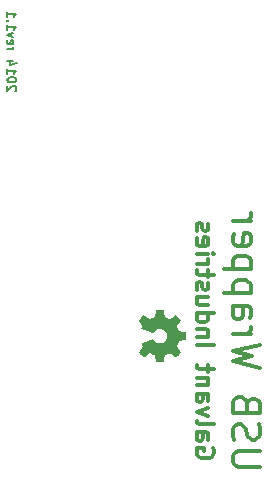
<source format=gbo>
%FSLAX34Y34*%
G04 Gerber Fmt 3.4, Leading zero omitted, Abs format*
G04 (created by PCBNEW (2013-11-28 BZR 4510)-product) date Mon 24 Mar 2014 06:58:31 PM EDT*
%MOIN*%
G01*
G70*
G90*
G04 APERTURE LIST*
%ADD10C,0.005906*%
%ADD11C,0.006000*%
%ADD12C,0.011811*%
%ADD13C,0.012000*%
%ADD14C,0.000100*%
G04 APERTURE END LIST*
G54D10*
G54D11*
X53905Y-29711D02*
X53920Y-29697D01*
X53934Y-29668D01*
X53934Y-29597D01*
X53920Y-29568D01*
X53905Y-29554D01*
X53877Y-29539D01*
X53848Y-29539D01*
X53805Y-29554D01*
X53634Y-29725D01*
X53634Y-29539D01*
X53934Y-29354D02*
X53934Y-29325D01*
X53920Y-29297D01*
X53905Y-29282D01*
X53877Y-29268D01*
X53820Y-29254D01*
X53748Y-29254D01*
X53691Y-29268D01*
X53662Y-29282D01*
X53648Y-29297D01*
X53634Y-29325D01*
X53634Y-29354D01*
X53648Y-29382D01*
X53662Y-29397D01*
X53691Y-29411D01*
X53748Y-29425D01*
X53820Y-29425D01*
X53877Y-29411D01*
X53905Y-29397D01*
X53920Y-29382D01*
X53934Y-29354D01*
X53634Y-28968D02*
X53634Y-29139D01*
X53634Y-29054D02*
X53934Y-29054D01*
X53891Y-29082D01*
X53862Y-29111D01*
X53848Y-29139D01*
X53834Y-28711D02*
X53634Y-28711D01*
X53948Y-28782D02*
X53734Y-28854D01*
X53734Y-28668D01*
X53634Y-28325D02*
X53834Y-28325D01*
X53777Y-28325D02*
X53805Y-28311D01*
X53820Y-28297D01*
X53834Y-28268D01*
X53834Y-28240D01*
X53648Y-28025D02*
X53634Y-28054D01*
X53634Y-28111D01*
X53648Y-28140D01*
X53677Y-28154D01*
X53791Y-28154D01*
X53820Y-28140D01*
X53834Y-28111D01*
X53834Y-28054D01*
X53820Y-28025D01*
X53791Y-28011D01*
X53762Y-28011D01*
X53734Y-28154D01*
X53834Y-27911D02*
X53634Y-27840D01*
X53834Y-27768D01*
X53634Y-27497D02*
X53634Y-27668D01*
X53634Y-27582D02*
X53934Y-27582D01*
X53891Y-27611D01*
X53862Y-27640D01*
X53848Y-27668D01*
X53662Y-27368D02*
X53648Y-27354D01*
X53634Y-27368D01*
X53648Y-27382D01*
X53662Y-27368D01*
X53634Y-27368D01*
X53634Y-27068D02*
X53634Y-27240D01*
X53634Y-27154D02*
X53934Y-27154D01*
X53891Y-27182D01*
X53862Y-27211D01*
X53848Y-27240D01*
G54D12*
X60505Y-41625D02*
X60533Y-41681D01*
X60533Y-41766D01*
X60505Y-41850D01*
X60449Y-41906D01*
X60392Y-41934D01*
X60280Y-41962D01*
X60195Y-41962D01*
X60083Y-41934D01*
X60027Y-41906D01*
X59970Y-41850D01*
X59942Y-41766D01*
X59942Y-41709D01*
X59970Y-41625D01*
X59999Y-41597D01*
X60195Y-41597D01*
X60195Y-41709D01*
X59942Y-41091D02*
X60252Y-41091D01*
X60308Y-41119D01*
X60336Y-41175D01*
X60336Y-41288D01*
X60308Y-41344D01*
X59970Y-41091D02*
X59942Y-41147D01*
X59942Y-41288D01*
X59970Y-41344D01*
X60027Y-41372D01*
X60083Y-41372D01*
X60139Y-41344D01*
X60167Y-41288D01*
X60167Y-41147D01*
X60195Y-41091D01*
X59942Y-40725D02*
X59970Y-40781D01*
X60027Y-40809D01*
X60533Y-40809D01*
X60336Y-40556D02*
X59942Y-40416D01*
X60336Y-40275D01*
X59942Y-39797D02*
X60252Y-39797D01*
X60308Y-39825D01*
X60336Y-39881D01*
X60336Y-39994D01*
X60308Y-40050D01*
X59970Y-39797D02*
X59942Y-39853D01*
X59942Y-39994D01*
X59970Y-40050D01*
X60027Y-40078D01*
X60083Y-40078D01*
X60139Y-40050D01*
X60167Y-39994D01*
X60167Y-39853D01*
X60195Y-39797D01*
X60336Y-39516D02*
X59942Y-39516D01*
X60280Y-39516D02*
X60308Y-39488D01*
X60336Y-39432D01*
X60336Y-39347D01*
X60308Y-39291D01*
X60252Y-39263D01*
X59942Y-39263D01*
X60336Y-39066D02*
X60336Y-38841D01*
X60533Y-38982D02*
X60027Y-38982D01*
X59970Y-38953D01*
X59942Y-38897D01*
X59942Y-38841D01*
X59942Y-38194D02*
X60533Y-38194D01*
X60336Y-37913D02*
X59942Y-37913D01*
X60280Y-37913D02*
X60308Y-37885D01*
X60336Y-37829D01*
X60336Y-37744D01*
X60308Y-37688D01*
X60252Y-37660D01*
X59942Y-37660D01*
X59942Y-37126D02*
X60533Y-37126D01*
X59970Y-37126D02*
X59942Y-37182D01*
X59942Y-37294D01*
X59970Y-37351D01*
X59999Y-37379D01*
X60055Y-37407D01*
X60224Y-37407D01*
X60280Y-37379D01*
X60308Y-37351D01*
X60336Y-37294D01*
X60336Y-37182D01*
X60308Y-37126D01*
X60336Y-36591D02*
X59942Y-36591D01*
X60336Y-36844D02*
X60027Y-36844D01*
X59970Y-36816D01*
X59942Y-36760D01*
X59942Y-36676D01*
X59970Y-36619D01*
X59999Y-36591D01*
X59970Y-36338D02*
X59942Y-36282D01*
X59942Y-36169D01*
X59970Y-36113D01*
X60027Y-36085D01*
X60055Y-36085D01*
X60111Y-36113D01*
X60139Y-36169D01*
X60139Y-36254D01*
X60167Y-36310D01*
X60224Y-36338D01*
X60252Y-36338D01*
X60308Y-36310D01*
X60336Y-36254D01*
X60336Y-36169D01*
X60308Y-36113D01*
X60336Y-35916D02*
X60336Y-35691D01*
X60533Y-35832D02*
X60027Y-35832D01*
X59970Y-35804D01*
X59942Y-35748D01*
X59942Y-35691D01*
X59942Y-35495D02*
X60336Y-35495D01*
X60224Y-35495D02*
X60280Y-35466D01*
X60308Y-35438D01*
X60336Y-35382D01*
X60336Y-35326D01*
X59942Y-35129D02*
X60336Y-35129D01*
X60533Y-35129D02*
X60505Y-35157D01*
X60477Y-35129D01*
X60505Y-35101D01*
X60533Y-35129D01*
X60477Y-35129D01*
X59970Y-34623D02*
X59942Y-34679D01*
X59942Y-34791D01*
X59970Y-34848D01*
X60027Y-34876D01*
X60252Y-34876D01*
X60308Y-34848D01*
X60336Y-34791D01*
X60336Y-34679D01*
X60308Y-34623D01*
X60252Y-34595D01*
X60195Y-34595D01*
X60139Y-34876D01*
X59970Y-34370D02*
X59942Y-34313D01*
X59942Y-34201D01*
X59970Y-34145D01*
X60027Y-34117D01*
X60055Y-34117D01*
X60111Y-34145D01*
X60139Y-34201D01*
X60139Y-34285D01*
X60167Y-34342D01*
X60224Y-34370D01*
X60252Y-34370D01*
X60308Y-34342D01*
X60336Y-34285D01*
X60336Y-34201D01*
X60308Y-34145D01*
G54D13*
X62052Y-42237D02*
X61324Y-42237D01*
X61238Y-42194D01*
X61195Y-42151D01*
X61152Y-42065D01*
X61152Y-41894D01*
X61195Y-41808D01*
X61238Y-41765D01*
X61324Y-41722D01*
X62052Y-41722D01*
X61195Y-41337D02*
X61152Y-41208D01*
X61152Y-40994D01*
X61195Y-40908D01*
X61238Y-40865D01*
X61324Y-40822D01*
X61410Y-40822D01*
X61495Y-40865D01*
X61538Y-40908D01*
X61581Y-40994D01*
X61624Y-41165D01*
X61667Y-41251D01*
X61710Y-41294D01*
X61795Y-41337D01*
X61881Y-41337D01*
X61967Y-41294D01*
X62010Y-41251D01*
X62052Y-41165D01*
X62052Y-40951D01*
X62010Y-40822D01*
X61624Y-40137D02*
X61581Y-40008D01*
X61538Y-39965D01*
X61452Y-39922D01*
X61324Y-39922D01*
X61238Y-39965D01*
X61195Y-40008D01*
X61152Y-40094D01*
X61152Y-40437D01*
X62052Y-40437D01*
X62052Y-40137D01*
X62010Y-40051D01*
X61967Y-40008D01*
X61881Y-39965D01*
X61795Y-39965D01*
X61710Y-40008D01*
X61667Y-40051D01*
X61624Y-40137D01*
X61624Y-40437D01*
X62052Y-38937D02*
X61152Y-38722D01*
X61795Y-38551D01*
X61152Y-38380D01*
X62052Y-38165D01*
X61152Y-37822D02*
X61752Y-37822D01*
X61581Y-37822D02*
X61667Y-37780D01*
X61710Y-37737D01*
X61752Y-37651D01*
X61752Y-37565D01*
X61152Y-36880D02*
X61624Y-36880D01*
X61710Y-36922D01*
X61752Y-37008D01*
X61752Y-37180D01*
X61710Y-37265D01*
X61195Y-36880D02*
X61152Y-36965D01*
X61152Y-37180D01*
X61195Y-37265D01*
X61281Y-37308D01*
X61367Y-37308D01*
X61452Y-37265D01*
X61495Y-37180D01*
X61495Y-36965D01*
X61538Y-36880D01*
X61752Y-36451D02*
X60852Y-36451D01*
X61710Y-36451D02*
X61752Y-36365D01*
X61752Y-36194D01*
X61710Y-36108D01*
X61667Y-36065D01*
X61581Y-36022D01*
X61324Y-36022D01*
X61238Y-36065D01*
X61195Y-36108D01*
X61152Y-36194D01*
X61152Y-36365D01*
X61195Y-36451D01*
X61752Y-35637D02*
X60852Y-35637D01*
X61710Y-35637D02*
X61752Y-35551D01*
X61752Y-35380D01*
X61710Y-35294D01*
X61667Y-35251D01*
X61581Y-35208D01*
X61324Y-35208D01*
X61238Y-35251D01*
X61195Y-35294D01*
X61152Y-35380D01*
X61152Y-35551D01*
X61195Y-35637D01*
X61195Y-34480D02*
X61152Y-34565D01*
X61152Y-34737D01*
X61195Y-34822D01*
X61281Y-34865D01*
X61624Y-34865D01*
X61710Y-34822D01*
X61752Y-34737D01*
X61752Y-34565D01*
X61710Y-34480D01*
X61624Y-34437D01*
X61538Y-34437D01*
X61452Y-34865D01*
X61152Y-34051D02*
X61752Y-34051D01*
X61581Y-34051D02*
X61667Y-34008D01*
X61710Y-33965D01*
X61752Y-33880D01*
X61752Y-33794D01*
G54D14*
G36*
X58023Y-37349D02*
X58028Y-37358D01*
X58041Y-37379D01*
X58060Y-37408D01*
X58083Y-37443D01*
X58107Y-37477D01*
X58126Y-37506D01*
X58139Y-37526D01*
X58143Y-37534D01*
X58142Y-37539D01*
X58134Y-37555D01*
X58121Y-37579D01*
X58114Y-37593D01*
X58105Y-37615D01*
X58103Y-37626D01*
X58106Y-37628D01*
X58122Y-37636D01*
X58151Y-37648D01*
X58189Y-37665D01*
X58234Y-37684D01*
X58282Y-37704D01*
X58330Y-37725D01*
X58377Y-37744D01*
X58419Y-37761D01*
X58453Y-37775D01*
X58477Y-37784D01*
X58487Y-37787D01*
X58489Y-37786D01*
X58500Y-37775D01*
X58514Y-37756D01*
X58548Y-37715D01*
X58599Y-37674D01*
X58657Y-37649D01*
X58722Y-37640D01*
X58781Y-37647D01*
X58838Y-37671D01*
X58890Y-37711D01*
X58928Y-37760D01*
X58953Y-37816D01*
X58961Y-37880D01*
X58954Y-37941D01*
X58931Y-37999D01*
X58891Y-38051D01*
X58866Y-38073D01*
X58814Y-38103D01*
X58758Y-38120D01*
X58744Y-38122D01*
X58682Y-38119D01*
X58623Y-38101D01*
X58571Y-38069D01*
X58527Y-38024D01*
X58523Y-38018D01*
X58508Y-37997D01*
X58497Y-37983D01*
X58488Y-37972D01*
X58299Y-38050D01*
X58269Y-38063D01*
X58218Y-38084D01*
X58173Y-38103D01*
X58138Y-38119D01*
X58114Y-38129D01*
X58105Y-38134D01*
X58104Y-38134D01*
X58103Y-38141D01*
X58108Y-38155D01*
X58121Y-38182D01*
X58130Y-38199D01*
X58140Y-38219D01*
X58143Y-38228D01*
X58139Y-38236D01*
X58127Y-38255D01*
X58108Y-38283D01*
X58085Y-38317D01*
X58063Y-38349D01*
X58044Y-38378D01*
X58030Y-38400D01*
X58024Y-38410D01*
X58024Y-38412D01*
X58029Y-38421D01*
X58044Y-38438D01*
X58068Y-38464D01*
X58104Y-38500D01*
X58109Y-38506D01*
X58140Y-38536D01*
X58165Y-38560D01*
X58183Y-38576D01*
X58192Y-38582D01*
X58192Y-38582D01*
X58202Y-38577D01*
X58223Y-38563D01*
X58253Y-38544D01*
X58288Y-38520D01*
X58379Y-38457D01*
X58465Y-38492D01*
X58491Y-38502D01*
X58523Y-38516D01*
X58545Y-38526D01*
X58555Y-38531D01*
X58559Y-38540D01*
X58564Y-38563D01*
X58571Y-38597D01*
X58579Y-38638D01*
X58586Y-38677D01*
X58593Y-38711D01*
X58598Y-38737D01*
X58600Y-38748D01*
X58601Y-38751D01*
X58607Y-38753D01*
X58619Y-38754D01*
X58640Y-38755D01*
X58673Y-38756D01*
X58722Y-38756D01*
X58727Y-38756D01*
X58773Y-38755D01*
X58810Y-38755D01*
X58833Y-38753D01*
X58843Y-38752D01*
X58843Y-38752D01*
X58845Y-38741D01*
X58851Y-38716D01*
X58857Y-38681D01*
X58865Y-38640D01*
X58866Y-38637D01*
X58874Y-38596D01*
X58881Y-38561D01*
X58887Y-38537D01*
X58890Y-38526D01*
X58893Y-38524D01*
X58909Y-38516D01*
X58935Y-38504D01*
X58966Y-38490D01*
X58999Y-38477D01*
X59028Y-38465D01*
X59050Y-38457D01*
X59060Y-38455D01*
X59060Y-38455D01*
X59070Y-38461D01*
X59091Y-38475D01*
X59121Y-38495D01*
X59156Y-38520D01*
X59159Y-38521D01*
X59194Y-38545D01*
X59224Y-38565D01*
X59245Y-38577D01*
X59254Y-38582D01*
X59255Y-38582D01*
X59265Y-38574D01*
X59285Y-38556D01*
X59312Y-38531D01*
X59343Y-38500D01*
X59353Y-38490D01*
X59386Y-38456D01*
X59408Y-38433D01*
X59419Y-38418D01*
X59422Y-38411D01*
X59422Y-38411D01*
X59415Y-38400D01*
X59401Y-38378D01*
X59380Y-38348D01*
X59356Y-38312D01*
X59355Y-38310D01*
X59331Y-38275D01*
X59311Y-38246D01*
X59297Y-38225D01*
X59292Y-38216D01*
X59292Y-38214D01*
X59296Y-38200D01*
X59305Y-38175D01*
X59317Y-38145D01*
X59330Y-38112D01*
X59342Y-38083D01*
X59352Y-38061D01*
X59358Y-38050D01*
X59359Y-38050D01*
X59371Y-38046D01*
X59397Y-38040D01*
X59433Y-38033D01*
X59476Y-38025D01*
X59483Y-38023D01*
X59525Y-38015D01*
X59559Y-38009D01*
X59583Y-38004D01*
X59593Y-38001D01*
X59594Y-37995D01*
X59596Y-37975D01*
X59597Y-37944D01*
X59597Y-37906D01*
X59597Y-37867D01*
X59596Y-37828D01*
X59595Y-37795D01*
X59593Y-37772D01*
X59591Y-37762D01*
X59591Y-37761D01*
X59578Y-37758D01*
X59552Y-37752D01*
X59515Y-37745D01*
X59472Y-37736D01*
X59465Y-37735D01*
X59423Y-37727D01*
X59389Y-37720D01*
X59365Y-37715D01*
X59356Y-37712D01*
X59354Y-37709D01*
X59347Y-37691D01*
X59335Y-37663D01*
X59321Y-37629D01*
X59289Y-37549D01*
X59356Y-37450D01*
X59362Y-37441D01*
X59386Y-37406D01*
X59406Y-37377D01*
X59419Y-37357D01*
X59423Y-37348D01*
X59423Y-37348D01*
X59414Y-37338D01*
X59396Y-37318D01*
X59370Y-37292D01*
X59339Y-37261D01*
X59317Y-37238D01*
X59289Y-37211D01*
X59270Y-37193D01*
X59258Y-37184D01*
X59251Y-37181D01*
X59246Y-37182D01*
X59236Y-37188D01*
X59215Y-37202D01*
X59185Y-37223D01*
X59150Y-37247D01*
X59121Y-37266D01*
X59088Y-37288D01*
X59064Y-37302D01*
X59053Y-37306D01*
X59048Y-37305D01*
X59029Y-37298D01*
X59000Y-37287D01*
X58965Y-37272D01*
X58887Y-37238D01*
X58877Y-37187D01*
X58872Y-37156D01*
X58863Y-37112D01*
X58855Y-37071D01*
X58843Y-37006D01*
X58606Y-37004D01*
X58602Y-37014D01*
X58599Y-37024D01*
X58594Y-37048D01*
X58587Y-37082D01*
X58579Y-37122D01*
X58573Y-37156D01*
X58566Y-37191D01*
X58561Y-37216D01*
X58559Y-37227D01*
X58555Y-37230D01*
X58539Y-37238D01*
X58512Y-37251D01*
X58480Y-37264D01*
X58447Y-37278D01*
X58416Y-37290D01*
X58393Y-37299D01*
X58380Y-37302D01*
X58371Y-37297D01*
X58351Y-37284D01*
X58322Y-37265D01*
X58288Y-37242D01*
X58253Y-37218D01*
X58224Y-37198D01*
X58203Y-37185D01*
X58193Y-37179D01*
X58186Y-37182D01*
X58170Y-37195D01*
X58143Y-37221D01*
X58105Y-37260D01*
X58099Y-37266D01*
X58069Y-37297D01*
X58045Y-37323D01*
X58029Y-37341D01*
X58023Y-37349D01*
X58023Y-37349D01*
G37*
M02*

</source>
